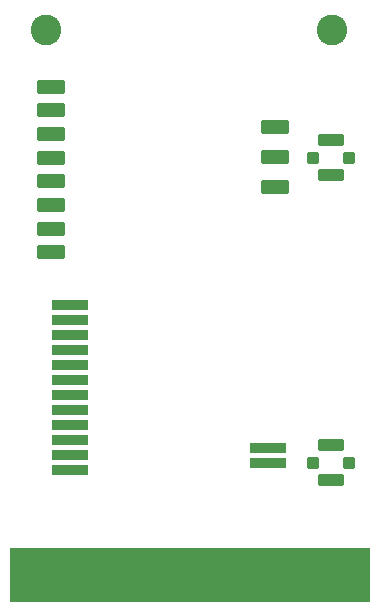
<source format=gbr>
%TF.GenerationSoftware,KiCad,Pcbnew,9.0.3*%
%TF.CreationDate,2025-08-29T17:45:50+02:00*%
%TF.ProjectId,RadioHAT_Card_Dorji,52616469-6f48-4415-945f-436172645f44,rev?*%
%TF.SameCoordinates,Original*%
%TF.FileFunction,Soldermask,Bot*%
%TF.FilePolarity,Negative*%
%FSLAX46Y46*%
G04 Gerber Fmt 4.6, Leading zero omitted, Abs format (unit mm)*
G04 Created by KiCad (PCBNEW 9.0.3) date 2025-08-29 17:45:50*
%MOMM*%
%LPD*%
G01*
G04 APERTURE LIST*
G04 Aperture macros list*
%AMRoundRect*
0 Rectangle with rounded corners*
0 $1 Rounding radius*
0 $2 $3 $4 $5 $6 $7 $8 $9 X,Y pos of 4 corners*
0 Add a 4 corners polygon primitive as box body*
4,1,4,$2,$3,$4,$5,$6,$7,$8,$9,$2,$3,0*
0 Add four circle primitives for the rounded corners*
1,1,$1+$1,$2,$3*
1,1,$1+$1,$4,$5*
1,1,$1+$1,$6,$7*
1,1,$1+$1,$8,$9*
0 Add four rect primitives between the rounded corners*
20,1,$1+$1,$2,$3,$4,$5,0*
20,1,$1+$1,$4,$5,$6,$7,0*
20,1,$1+$1,$6,$7,$8,$9,0*
20,1,$1+$1,$8,$9,$2,$3,0*%
G04 Aperture macros list end*
%ADD10C,0.100000*%
%ADD11C,2.600000*%
%ADD12R,0.600000X2.300000*%
%ADD13RoundRect,0.045000X-1.455000X-0.405000X1.455000X-0.405000X1.455000X0.405000X-1.455000X0.405000X0*%
%ADD14RoundRect,0.060000X-1.140000X-0.540000X1.140000X-0.540000X1.140000X0.540000X-1.140000X0.540000X0*%
%ADD15RoundRect,0.100000X-0.400000X0.400000X-0.400000X-0.400000X0.400000X-0.400000X0.400000X0.400000X0*%
%ADD16RoundRect,0.105000X-0.995000X0.420000X-0.995000X-0.420000X0.995000X-0.420000X0.995000X0.420000X0*%
G04 APERTURE END LIST*
%TO.C,J1*%
D10*
X117600000Y-115800000D02*
X148000000Y-115800000D01*
X148000000Y-120300000D01*
X117600000Y-120300000D01*
X117600000Y-115800000D01*
G36*
X117600000Y-115800000D02*
G01*
X148000000Y-115800000D01*
X148000000Y-120300000D01*
X117600000Y-120300000D01*
X117600000Y-115800000D01*
G37*
%TD*%
D11*
%TO.C,J1*%
X120700000Y-71950000D03*
X144900000Y-71950000D03*
D12*
X121400000Y-118600000D03*
X122200000Y-118600000D03*
X123000000Y-118600000D03*
X123800000Y-118600000D03*
X124600000Y-118600000D03*
X125400000Y-118600000D03*
X126200000Y-118600000D03*
X127000000Y-118600000D03*
X131000000Y-118600000D03*
X131800000Y-118600000D03*
X132600000Y-118600000D03*
X133400000Y-118600000D03*
X134200000Y-118600000D03*
X135000000Y-118600000D03*
X135800000Y-118600000D03*
X136600000Y-118600000D03*
X137400000Y-118600000D03*
X138200000Y-118600000D03*
X139000000Y-118600000D03*
X139800000Y-118600000D03*
X140600000Y-118600000D03*
X141400000Y-118600000D03*
X142200000Y-118600000D03*
X143000000Y-118600000D03*
X143800000Y-118600000D03*
%TD*%
D13*
%TO.C,U4*%
X122750000Y-109190000D03*
X122750000Y-107920000D03*
X122750000Y-106650000D03*
X122750000Y-105380000D03*
X122750000Y-104110000D03*
X122750000Y-102840000D03*
X122750000Y-101570000D03*
X122750000Y-100300000D03*
X122750000Y-99030000D03*
X122750000Y-97760000D03*
X122750000Y-96490000D03*
X122750000Y-95220000D03*
X139500000Y-108630000D03*
X139500000Y-107360000D03*
%TD*%
D14*
%TO.C,U3*%
X121100000Y-90787500D03*
X121100000Y-88787500D03*
X121100000Y-86787500D03*
X121100000Y-84787500D03*
X121100000Y-82787500D03*
X121100000Y-80787500D03*
X121100000Y-78787500D03*
X121100000Y-76787500D03*
X140100000Y-80207500D03*
X140100000Y-82747500D03*
X140100000Y-85287500D03*
%TD*%
D15*
%TO.C,J5*%
X143300000Y-82787500D03*
D16*
X144800000Y-84262500D03*
D15*
X146300000Y-82787500D03*
D16*
X144800000Y-81312500D03*
%TD*%
D15*
%TO.C,J6*%
X143300000Y-108600000D03*
D16*
X144800000Y-110075000D03*
D15*
X146300000Y-108600000D03*
D16*
X144800000Y-107125000D03*
%TD*%
M02*

</source>
